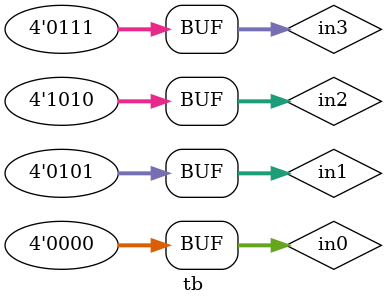
<source format=sv>
`timescale 10ns/10ps

module tb();

logic [3:0] in0, in1, in2, in3;
logic [3:0] max, min, med1, med2;
logic [6:0] HEX0, HEX1, HEX2, HEX3;

questao1 q1instance(
	.in0(in0),
	.in1(in1),
	.in2(in2),
	.in3(in3),
	.max(max),
	.min(min),
	.med1(med1),
	.med2(med2),
	.HEX0(HEX0),
	.HEX1(HEX1),
	.HEX2(HEX2),
	.HEX3(HEX3)
);

initial
begin
	in0 = 0;
	in1 = 5;
	in2 = 10;
	in3 = 7;
end

endmodule
</source>
